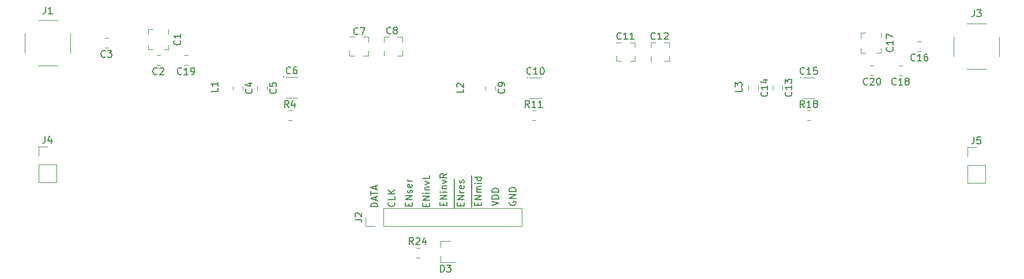
<source format=gbr>
G04 #@! TF.GenerationSoftware,KiCad,Pcbnew,5.0.2-bee76a0~70~ubuntu18.04.1*
G04 #@! TF.CreationDate,2019-04-19T15:30:24+03:00*
G04 #@! TF.ProjectId,bandpass_filter_design,62616e64-7061-4737-935f-66696c746572,rev?*
G04 #@! TF.SameCoordinates,Original*
G04 #@! TF.FileFunction,Legend,Top*
G04 #@! TF.FilePolarity,Positive*
%FSLAX46Y46*%
G04 Gerber Fmt 4.6, Leading zero omitted, Abs format (unit mm)*
G04 Created by KiCad (PCBNEW 5.0.2-bee76a0~70~ubuntu18.04.1) date Fri 19 Apr 2019 03:30:24 PM EEST*
%MOMM*%
%LPD*%
G01*
G04 APERTURE LIST*
%ADD10C,0.200000*%
%ADD11C,0.120000*%
%ADD12C,0.060000*%
%ADD13C,0.150000*%
G04 APERTURE END LIST*
D10*
X139962000Y-104647904D02*
X139914380Y-104743142D01*
X139914380Y-104886000D01*
X139962000Y-105028857D01*
X140057238Y-105124095D01*
X140152476Y-105171714D01*
X140342952Y-105219333D01*
X140485809Y-105219333D01*
X140676285Y-105171714D01*
X140771523Y-105124095D01*
X140866761Y-105028857D01*
X140914380Y-104886000D01*
X140914380Y-104790761D01*
X140866761Y-104647904D01*
X140819142Y-104600285D01*
X140485809Y-104600285D01*
X140485809Y-104790761D01*
X140914380Y-104171714D02*
X139914380Y-104171714D01*
X140914380Y-103600285D01*
X139914380Y-103600285D01*
X140914380Y-103124095D02*
X139914380Y-103124095D01*
X139914380Y-102886000D01*
X139962000Y-102743142D01*
X140057238Y-102647904D01*
X140152476Y-102600285D01*
X140342952Y-102552666D01*
X140485809Y-102552666D01*
X140676285Y-102600285D01*
X140771523Y-102647904D01*
X140866761Y-102743142D01*
X140914380Y-102886000D01*
X140914380Y-103124095D01*
X137374380Y-105219333D02*
X138374380Y-104886000D01*
X137374380Y-104552666D01*
X138374380Y-104219333D02*
X137374380Y-104219333D01*
X137374380Y-103981238D01*
X137422000Y-103838380D01*
X137517238Y-103743142D01*
X137612476Y-103695523D01*
X137802952Y-103647904D01*
X137945809Y-103647904D01*
X138136285Y-103695523D01*
X138231523Y-103743142D01*
X138326761Y-103838380D01*
X138374380Y-103981238D01*
X138374380Y-104219333D01*
X138374380Y-103219333D02*
X137374380Y-103219333D01*
X137374380Y-102981238D01*
X137422000Y-102838380D01*
X137517238Y-102743142D01*
X137612476Y-102695523D01*
X137802952Y-102647904D01*
X137945809Y-102647904D01*
X138136285Y-102695523D01*
X138231523Y-102743142D01*
X138326761Y-102838380D01*
X138374380Y-102981238D01*
X138374380Y-103219333D01*
X134402000Y-105457333D02*
X134402000Y-104552571D01*
X135310571Y-105219238D02*
X135310571Y-104885904D01*
X135834380Y-104743047D02*
X135834380Y-105219238D01*
X134834380Y-105219238D01*
X134834380Y-104743047D01*
X134402000Y-104552571D02*
X134402000Y-103504952D01*
X135834380Y-104314476D02*
X134834380Y-104314476D01*
X135834380Y-103743047D01*
X134834380Y-103743047D01*
X134402000Y-103504952D02*
X134402000Y-102171619D01*
X135834380Y-103266857D02*
X135167714Y-103266857D01*
X135262952Y-103266857D02*
X135215333Y-103219238D01*
X135167714Y-103124000D01*
X135167714Y-102981142D01*
X135215333Y-102885904D01*
X135310571Y-102838285D01*
X135834380Y-102838285D01*
X135310571Y-102838285D02*
X135215333Y-102790666D01*
X135167714Y-102695428D01*
X135167714Y-102552571D01*
X135215333Y-102457333D01*
X135310571Y-102409714D01*
X135834380Y-102409714D01*
X134402000Y-102171619D02*
X134402000Y-101695428D01*
X135834380Y-101933523D02*
X135167714Y-101933523D01*
X134834380Y-101933523D02*
X134882000Y-101981142D01*
X134929619Y-101933523D01*
X134882000Y-101885904D01*
X134834380Y-101933523D01*
X134929619Y-101933523D01*
X134402000Y-101695428D02*
X134402000Y-100790666D01*
X135834380Y-101028761D02*
X134834380Y-101028761D01*
X135786761Y-101028761D02*
X135834380Y-101124000D01*
X135834380Y-101314476D01*
X135786761Y-101409714D01*
X135739142Y-101457333D01*
X135643904Y-101504952D01*
X135358190Y-101504952D01*
X135262952Y-101457333D01*
X135215333Y-101409714D01*
X135167714Y-101314476D01*
X135167714Y-101124000D01*
X135215333Y-101028761D01*
X131862000Y-105497047D02*
X131862000Y-104592285D01*
X132770571Y-105258952D02*
X132770571Y-104925619D01*
X133294380Y-104782761D02*
X133294380Y-105258952D01*
X132294380Y-105258952D01*
X132294380Y-104782761D01*
X131862000Y-104592285D02*
X131862000Y-103544666D01*
X133294380Y-104354190D02*
X132294380Y-104354190D01*
X133294380Y-103782761D01*
X132294380Y-103782761D01*
X131862000Y-103544666D02*
X131862000Y-102925619D01*
X133294380Y-103306571D02*
X132627714Y-103306571D01*
X132818190Y-103306571D02*
X132722952Y-103258952D01*
X132675333Y-103211333D01*
X132627714Y-103116095D01*
X132627714Y-103020857D01*
X131862000Y-102925619D02*
X131862000Y-102068476D01*
X133246761Y-102306571D02*
X133294380Y-102401809D01*
X133294380Y-102592285D01*
X133246761Y-102687523D01*
X133151523Y-102735142D01*
X132770571Y-102735142D01*
X132675333Y-102687523D01*
X132627714Y-102592285D01*
X132627714Y-102401809D01*
X132675333Y-102306571D01*
X132770571Y-102258952D01*
X132865809Y-102258952D01*
X132961047Y-102735142D01*
X131862000Y-102068476D02*
X131862000Y-101258952D01*
X133246761Y-101878000D02*
X133294380Y-101782761D01*
X133294380Y-101592285D01*
X133246761Y-101497047D01*
X133151523Y-101449428D01*
X133103904Y-101449428D01*
X133008666Y-101497047D01*
X132961047Y-101592285D01*
X132961047Y-101735142D01*
X132913428Y-101830380D01*
X132818190Y-101878000D01*
X132770571Y-101878000D01*
X132675333Y-101830380D01*
X132627714Y-101735142D01*
X132627714Y-101592285D01*
X132675333Y-101497047D01*
X130230571Y-105179523D02*
X130230571Y-104846190D01*
X130754380Y-104703333D02*
X130754380Y-105179523D01*
X129754380Y-105179523D01*
X129754380Y-104703333D01*
X130754380Y-104274761D02*
X129754380Y-104274761D01*
X130754380Y-103703333D01*
X129754380Y-103703333D01*
X130754380Y-103227142D02*
X130087714Y-103227142D01*
X129754380Y-103227142D02*
X129802000Y-103274761D01*
X129849619Y-103227142D01*
X129802000Y-103179523D01*
X129754380Y-103227142D01*
X129849619Y-103227142D01*
X130087714Y-102750952D02*
X130754380Y-102750952D01*
X130182952Y-102750952D02*
X130135333Y-102703333D01*
X130087714Y-102608095D01*
X130087714Y-102465238D01*
X130135333Y-102370000D01*
X130230571Y-102322380D01*
X130754380Y-102322380D01*
X130087714Y-101941428D02*
X130754380Y-101703333D01*
X130087714Y-101465238D01*
X130754380Y-100512857D02*
X130278190Y-100846190D01*
X130754380Y-101084285D02*
X129754380Y-101084285D01*
X129754380Y-100703333D01*
X129802000Y-100608095D01*
X129849619Y-100560476D01*
X129944857Y-100512857D01*
X130087714Y-100512857D01*
X130182952Y-100560476D01*
X130230571Y-100608095D01*
X130278190Y-100703333D01*
X130278190Y-101084285D01*
X127690571Y-105338285D02*
X127690571Y-105004952D01*
X128214380Y-104862095D02*
X128214380Y-105338285D01*
X127214380Y-105338285D01*
X127214380Y-104862095D01*
X128214380Y-104433523D02*
X127214380Y-104433523D01*
X128214380Y-103862095D01*
X127214380Y-103862095D01*
X128214380Y-103385904D02*
X127547714Y-103385904D01*
X127214380Y-103385904D02*
X127262000Y-103433523D01*
X127309619Y-103385904D01*
X127262000Y-103338285D01*
X127214380Y-103385904D01*
X127309619Y-103385904D01*
X127547714Y-102909714D02*
X128214380Y-102909714D01*
X127642952Y-102909714D02*
X127595333Y-102862095D01*
X127547714Y-102766857D01*
X127547714Y-102624000D01*
X127595333Y-102528761D01*
X127690571Y-102481142D01*
X128214380Y-102481142D01*
X127547714Y-102100190D02*
X128214380Y-101862095D01*
X127547714Y-101624000D01*
X128214380Y-100766857D02*
X128214380Y-101243047D01*
X127214380Y-101243047D01*
X125150571Y-105258952D02*
X125150571Y-104925619D01*
X125674380Y-104782761D02*
X125674380Y-105258952D01*
X124674380Y-105258952D01*
X124674380Y-104782761D01*
X125674380Y-104354190D02*
X124674380Y-104354190D01*
X125674380Y-103782761D01*
X124674380Y-103782761D01*
X125626761Y-103354190D02*
X125674380Y-103258952D01*
X125674380Y-103068476D01*
X125626761Y-102973238D01*
X125531523Y-102925619D01*
X125483904Y-102925619D01*
X125388666Y-102973238D01*
X125341047Y-103068476D01*
X125341047Y-103211333D01*
X125293428Y-103306571D01*
X125198190Y-103354190D01*
X125150571Y-103354190D01*
X125055333Y-103306571D01*
X125007714Y-103211333D01*
X125007714Y-103068476D01*
X125055333Y-102973238D01*
X125626761Y-102116095D02*
X125674380Y-102211333D01*
X125674380Y-102401809D01*
X125626761Y-102497047D01*
X125531523Y-102544666D01*
X125150571Y-102544666D01*
X125055333Y-102497047D01*
X125007714Y-102401809D01*
X125007714Y-102211333D01*
X125055333Y-102116095D01*
X125150571Y-102068476D01*
X125245809Y-102068476D01*
X125341047Y-102544666D01*
X125674380Y-101639904D02*
X125007714Y-101639904D01*
X125198190Y-101639904D02*
X125102952Y-101592285D01*
X125055333Y-101544666D01*
X125007714Y-101449428D01*
X125007714Y-101354190D01*
X123039142Y-104735238D02*
X123086761Y-104782857D01*
X123134380Y-104925714D01*
X123134380Y-105020952D01*
X123086761Y-105163809D01*
X122991523Y-105259047D01*
X122896285Y-105306666D01*
X122705809Y-105354285D01*
X122562952Y-105354285D01*
X122372476Y-105306666D01*
X122277238Y-105259047D01*
X122182000Y-105163809D01*
X122134380Y-105020952D01*
X122134380Y-104925714D01*
X122182000Y-104782857D01*
X122229619Y-104735238D01*
X123134380Y-103830476D02*
X123134380Y-104306666D01*
X122134380Y-104306666D01*
X123134380Y-103497142D02*
X122134380Y-103497142D01*
X123134380Y-102925714D02*
X122562952Y-103354285D01*
X122134380Y-102925714D02*
X122705809Y-103497142D01*
X120594380Y-105386000D02*
X119594380Y-105386000D01*
X119594380Y-105147904D01*
X119642000Y-105005047D01*
X119737238Y-104909809D01*
X119832476Y-104862190D01*
X120022952Y-104814571D01*
X120165809Y-104814571D01*
X120356285Y-104862190D01*
X120451523Y-104909809D01*
X120546761Y-105005047D01*
X120594380Y-105147904D01*
X120594380Y-105386000D01*
X120308666Y-104433619D02*
X120308666Y-103957428D01*
X120594380Y-104528857D02*
X119594380Y-104195523D01*
X120594380Y-103862190D01*
X119594380Y-103671714D02*
X119594380Y-103100285D01*
X120594380Y-103386000D02*
X119594380Y-103386000D01*
X120308666Y-102814571D02*
X120308666Y-102338380D01*
X120594380Y-102909809D02*
X119594380Y-102576476D01*
X120594380Y-102243142D01*
D11*
G04 #@! TO.C,C12*
X160703735Y-83994384D02*
X160703735Y-83269384D01*
X163421535Y-81200384D02*
X163421535Y-81925384D01*
X162696535Y-81200384D02*
X163421535Y-81200384D01*
X160703735Y-81200384D02*
X160703735Y-81925384D01*
X161428735Y-81200384D02*
X160703735Y-81200384D01*
X163421535Y-83956284D02*
X163421535Y-83231284D01*
X162696535Y-83956284D02*
X163421535Y-83956284D01*
G04 #@! TO.C,C11*
X155619716Y-83191335D02*
X155619716Y-83916335D01*
X155619716Y-83916335D02*
X156344716Y-83916335D01*
X158375616Y-81923535D02*
X158375616Y-81198535D01*
X158375616Y-81198535D02*
X157650616Y-81198535D01*
X158375616Y-83191335D02*
X158375616Y-83916335D01*
X158375616Y-83916335D02*
X157650616Y-83916335D01*
X155581616Y-81198535D02*
X156306616Y-81198535D01*
G04 #@! TO.C,C7*
X116437016Y-80411135D02*
X117162016Y-80411135D01*
X119231016Y-83128935D02*
X118506016Y-83128935D01*
X119231016Y-82403935D02*
X119231016Y-83128935D01*
X119231016Y-80411135D02*
X118506016Y-80411135D01*
X119231016Y-81136135D02*
X119231016Y-80411135D01*
X116475116Y-83128935D02*
X117200116Y-83128935D01*
X116475116Y-82403935D02*
X116475116Y-83128935D01*
G04 #@! TO.C,C8*
X121498335Y-83206984D02*
X121498335Y-82481984D01*
X124216135Y-80412984D02*
X124216135Y-81137984D01*
X123491135Y-80412984D02*
X124216135Y-80412984D01*
X121498335Y-80412984D02*
X121498335Y-81137984D01*
X122223335Y-80412984D02*
X121498335Y-80412984D01*
X124216135Y-83168884D02*
X124216135Y-82443884D01*
X123491135Y-83168884D02*
X124216135Y-83168884D01*
D12*
G04 #@! TO.C,C15*
X182794900Y-86372700D02*
G75*
G03X182794900Y-86372700I-80000J0D01*
G01*
D11*
X183016000Y-89444000D02*
X184776000Y-89444000D01*
X184776000Y-86374000D02*
X183016000Y-86374000D01*
D12*
G04 #@! TO.C,C10*
X142662900Y-86372700D02*
G75*
G03X142662900Y-86372700I-80000J0D01*
G01*
D11*
X142884000Y-89444000D02*
X144644000Y-89444000D01*
X144644000Y-86374000D02*
X142884000Y-86374000D01*
D12*
G04 #@! TO.C,C6*
X106878900Y-86306700D02*
G75*
G03X106878900Y-86306700I-80000J0D01*
G01*
D11*
X107100000Y-89378000D02*
X108860000Y-89378000D01*
X108860000Y-86308000D02*
X107100000Y-86308000D01*
G04 #@! TO.C,C1*
X89890600Y-79973000D02*
X89890600Y-79248000D01*
X86893400Y-82245200D02*
X87618400Y-82245200D01*
X86893400Y-81520200D02*
X86893400Y-82245200D01*
X86893400Y-79273400D02*
X87618400Y-79273400D01*
X86893400Y-79998400D02*
X86893400Y-79273400D01*
X89879000Y-82245200D02*
X89154000Y-82245200D01*
X89879000Y-81520200D02*
X89879000Y-82245200D01*
G04 #@! TO.C,C2*
X88653252Y-84530000D02*
X88130748Y-84530000D01*
X88653252Y-83110000D02*
X88130748Y-83110000D01*
G04 #@! TO.C,C3*
X81042252Y-80570000D02*
X80519748Y-80570000D01*
X81042252Y-81990000D02*
X80519748Y-81990000D01*
G04 #@! TO.C,C4*
X100786000Y-87631748D02*
X100786000Y-88154252D01*
X99366000Y-87631748D02*
X99366000Y-88154252D01*
G04 #@! TO.C,C5*
X102922000Y-87631748D02*
X102922000Y-88154252D01*
X104342000Y-87631748D02*
X104342000Y-88154252D01*
G04 #@! TO.C,C9*
X136450000Y-87622748D02*
X136450000Y-88145252D01*
X137870000Y-87622748D02*
X137870000Y-88145252D01*
G04 #@! TO.C,C13*
X178614000Y-87613748D02*
X178614000Y-88136252D01*
X180034000Y-87613748D02*
X180034000Y-88136252D01*
G04 #@! TO.C,C14*
X176478000Y-87613748D02*
X176478000Y-88136252D01*
X175058000Y-87613748D02*
X175058000Y-88136252D01*
G04 #@! TO.C,C16*
X200404252Y-81078000D02*
X199881748Y-81078000D01*
X200404252Y-82498000D02*
X199881748Y-82498000D01*
G04 #@! TO.C,C17*
X194527000Y-82028200D02*
X194527000Y-82753200D01*
X194527000Y-82753200D02*
X193802000Y-82753200D01*
X191541400Y-80506400D02*
X191541400Y-79781400D01*
X191541400Y-79781400D02*
X192266400Y-79781400D01*
X191541400Y-82028200D02*
X191541400Y-82753200D01*
X191541400Y-82753200D02*
X192266400Y-82753200D01*
X194538600Y-80481000D02*
X194538600Y-79756000D01*
G04 #@! TO.C,C18*
X197628252Y-84634000D02*
X197105748Y-84634000D01*
X197628252Y-86054000D02*
X197105748Y-86054000D01*
G04 #@! TO.C,J2*
X141792000Y-108264000D02*
X141792000Y-105604000D01*
X121412000Y-108264000D02*
X141792000Y-108264000D01*
X121412000Y-105604000D02*
X141792000Y-105604000D01*
X121412000Y-108264000D02*
X121412000Y-105604000D01*
X120142000Y-108264000D02*
X118812000Y-108264000D01*
X118812000Y-108264000D02*
X118812000Y-106934000D01*
G04 #@! TO.C,R4*
X107443748Y-91238000D02*
X107966252Y-91238000D01*
X107443748Y-92658000D02*
X107966252Y-92658000D01*
G04 #@! TO.C,R11*
X143257748Y-92658000D02*
X143780252Y-92658000D01*
X143257748Y-91238000D02*
X143780252Y-91238000D01*
G04 #@! TO.C,R18*
X183643748Y-91238000D02*
X184166252Y-91238000D01*
X183643748Y-92658000D02*
X184166252Y-92658000D01*
G04 #@! TO.C,C19*
X92708252Y-84530000D02*
X92185748Y-84530000D01*
X92708252Y-83110000D02*
X92185748Y-83110000D01*
G04 #@! TO.C,C20*
X193444652Y-84634000D02*
X192922148Y-84634000D01*
X193444652Y-86054000D02*
X192922148Y-86054000D01*
G04 #@! TO.C,D3*
X129796000Y-110434000D02*
X131256000Y-110434000D01*
X129796000Y-113594000D02*
X131956000Y-113594000D01*
X129796000Y-113594000D02*
X129796000Y-112664000D01*
X129796000Y-110434000D02*
X129796000Y-111364000D01*
G04 #@! TO.C,R24*
X126230748Y-112851000D02*
X126753252Y-112851000D01*
X126230748Y-111431000D02*
X126753252Y-111431000D01*
G04 #@! TO.C,J1*
X70686000Y-77925000D02*
X73586000Y-77925000D01*
X70686000Y-84635000D02*
X73586000Y-84635000D01*
X75491000Y-79830000D02*
X75491000Y-82730000D01*
X68781000Y-79830000D02*
X68781000Y-82730000D01*
G04 #@! TO.C,J3*
X211889000Y-83238000D02*
X211889000Y-80338000D01*
X205179000Y-83238000D02*
X205179000Y-80338000D01*
X209984000Y-78433000D02*
X207084000Y-78433000D01*
X209984000Y-85143000D02*
X207084000Y-85143000D01*
G04 #@! TO.C,J4*
X70770000Y-101770000D02*
X73430000Y-101770000D01*
X70770000Y-99170000D02*
X70770000Y-101770000D01*
X73430000Y-99170000D02*
X73430000Y-101770000D01*
X70770000Y-99170000D02*
X73430000Y-99170000D01*
X70770000Y-97900000D02*
X70770000Y-96570000D01*
X70770000Y-96570000D02*
X72100000Y-96570000D01*
G04 #@! TO.C,J5*
X207170000Y-96670000D02*
X208500000Y-96670000D01*
X207170000Y-98000000D02*
X207170000Y-96670000D01*
X207170000Y-99270000D02*
X209830000Y-99270000D01*
X209830000Y-99270000D02*
X209830000Y-101870000D01*
X207170000Y-99270000D02*
X207170000Y-101870000D01*
X207170000Y-101870000D02*
X209830000Y-101870000D01*
G04 #@! TO.C,C12*
D13*
X161357142Y-80657142D02*
X161309523Y-80704761D01*
X161166666Y-80752380D01*
X161071428Y-80752380D01*
X160928571Y-80704761D01*
X160833333Y-80609523D01*
X160785714Y-80514285D01*
X160738095Y-80323809D01*
X160738095Y-80180952D01*
X160785714Y-79990476D01*
X160833333Y-79895238D01*
X160928571Y-79800000D01*
X161071428Y-79752380D01*
X161166666Y-79752380D01*
X161309523Y-79800000D01*
X161357142Y-79847619D01*
X162309523Y-80752380D02*
X161738095Y-80752380D01*
X162023809Y-80752380D02*
X162023809Y-79752380D01*
X161928571Y-79895238D01*
X161833333Y-79990476D01*
X161738095Y-80038095D01*
X162690476Y-79847619D02*
X162738095Y-79800000D01*
X162833333Y-79752380D01*
X163071428Y-79752380D01*
X163166666Y-79800000D01*
X163214285Y-79847619D01*
X163261904Y-79942857D01*
X163261904Y-80038095D01*
X163214285Y-80180952D01*
X162642857Y-80752380D01*
X163261904Y-80752380D01*
G04 #@! TO.C,C11*
X156357142Y-80657142D02*
X156309523Y-80704761D01*
X156166666Y-80752380D01*
X156071428Y-80752380D01*
X155928571Y-80704761D01*
X155833333Y-80609523D01*
X155785714Y-80514285D01*
X155738095Y-80323809D01*
X155738095Y-80180952D01*
X155785714Y-79990476D01*
X155833333Y-79895238D01*
X155928571Y-79800000D01*
X156071428Y-79752380D01*
X156166666Y-79752380D01*
X156309523Y-79800000D01*
X156357142Y-79847619D01*
X157309523Y-80752380D02*
X156738095Y-80752380D01*
X157023809Y-80752380D02*
X157023809Y-79752380D01*
X156928571Y-79895238D01*
X156833333Y-79990476D01*
X156738095Y-80038095D01*
X158261904Y-80752380D02*
X157690476Y-80752380D01*
X157976190Y-80752380D02*
X157976190Y-79752380D01*
X157880952Y-79895238D01*
X157785714Y-79990476D01*
X157690476Y-80038095D01*
G04 #@! TO.C,C7*
X117733333Y-79957142D02*
X117685714Y-80004761D01*
X117542857Y-80052380D01*
X117447619Y-80052380D01*
X117304761Y-80004761D01*
X117209523Y-79909523D01*
X117161904Y-79814285D01*
X117114285Y-79623809D01*
X117114285Y-79480952D01*
X117161904Y-79290476D01*
X117209523Y-79195238D01*
X117304761Y-79100000D01*
X117447619Y-79052380D01*
X117542857Y-79052380D01*
X117685714Y-79100000D01*
X117733333Y-79147619D01*
X118066666Y-79052380D02*
X118733333Y-79052380D01*
X118304761Y-80052380D01*
G04 #@! TO.C,C8*
X122533333Y-79857142D02*
X122485714Y-79904761D01*
X122342857Y-79952380D01*
X122247619Y-79952380D01*
X122104761Y-79904761D01*
X122009523Y-79809523D01*
X121961904Y-79714285D01*
X121914285Y-79523809D01*
X121914285Y-79380952D01*
X121961904Y-79190476D01*
X122009523Y-79095238D01*
X122104761Y-79000000D01*
X122247619Y-78952380D01*
X122342857Y-78952380D01*
X122485714Y-79000000D01*
X122533333Y-79047619D01*
X123104761Y-79380952D02*
X123009523Y-79333333D01*
X122961904Y-79285714D01*
X122914285Y-79190476D01*
X122914285Y-79142857D01*
X122961904Y-79047619D01*
X123009523Y-79000000D01*
X123104761Y-78952380D01*
X123295238Y-78952380D01*
X123390476Y-79000000D01*
X123438095Y-79047619D01*
X123485714Y-79142857D01*
X123485714Y-79190476D01*
X123438095Y-79285714D01*
X123390476Y-79333333D01*
X123295238Y-79380952D01*
X123104761Y-79380952D01*
X123009523Y-79428571D01*
X122961904Y-79476190D01*
X122914285Y-79571428D01*
X122914285Y-79761904D01*
X122961904Y-79857142D01*
X123009523Y-79904761D01*
X123104761Y-79952380D01*
X123295238Y-79952380D01*
X123390476Y-79904761D01*
X123438095Y-79857142D01*
X123485714Y-79761904D01*
X123485714Y-79571428D01*
X123438095Y-79476190D01*
X123390476Y-79428571D01*
X123295238Y-79380952D01*
G04 #@! TO.C,C15*
X183253142Y-85791142D02*
X183205523Y-85838761D01*
X183062666Y-85886380D01*
X182967428Y-85886380D01*
X182824571Y-85838761D01*
X182729333Y-85743523D01*
X182681714Y-85648285D01*
X182634095Y-85457809D01*
X182634095Y-85314952D01*
X182681714Y-85124476D01*
X182729333Y-85029238D01*
X182824571Y-84934000D01*
X182967428Y-84886380D01*
X183062666Y-84886380D01*
X183205523Y-84934000D01*
X183253142Y-84981619D01*
X184205523Y-85886380D02*
X183634095Y-85886380D01*
X183919809Y-85886380D02*
X183919809Y-84886380D01*
X183824571Y-85029238D01*
X183729333Y-85124476D01*
X183634095Y-85172095D01*
X185110285Y-84886380D02*
X184634095Y-84886380D01*
X184586476Y-85362571D01*
X184634095Y-85314952D01*
X184729333Y-85267333D01*
X184967428Y-85267333D01*
X185062666Y-85314952D01*
X185110285Y-85362571D01*
X185157904Y-85457809D01*
X185157904Y-85695904D01*
X185110285Y-85791142D01*
X185062666Y-85838761D01*
X184967428Y-85886380D01*
X184729333Y-85886380D01*
X184634095Y-85838761D01*
X184586476Y-85791142D01*
G04 #@! TO.C,C10*
X143121142Y-85791142D02*
X143073523Y-85838761D01*
X142930666Y-85886380D01*
X142835428Y-85886380D01*
X142692571Y-85838761D01*
X142597333Y-85743523D01*
X142549714Y-85648285D01*
X142502095Y-85457809D01*
X142502095Y-85314952D01*
X142549714Y-85124476D01*
X142597333Y-85029238D01*
X142692571Y-84934000D01*
X142835428Y-84886380D01*
X142930666Y-84886380D01*
X143073523Y-84934000D01*
X143121142Y-84981619D01*
X144073523Y-85886380D02*
X143502095Y-85886380D01*
X143787809Y-85886380D02*
X143787809Y-84886380D01*
X143692571Y-85029238D01*
X143597333Y-85124476D01*
X143502095Y-85172095D01*
X144692571Y-84886380D02*
X144787809Y-84886380D01*
X144883047Y-84934000D01*
X144930666Y-84981619D01*
X144978285Y-85076857D01*
X145025904Y-85267333D01*
X145025904Y-85505428D01*
X144978285Y-85695904D01*
X144930666Y-85791142D01*
X144883047Y-85838761D01*
X144787809Y-85886380D01*
X144692571Y-85886380D01*
X144597333Y-85838761D01*
X144549714Y-85791142D01*
X144502095Y-85695904D01*
X144454476Y-85505428D01*
X144454476Y-85267333D01*
X144502095Y-85076857D01*
X144549714Y-84981619D01*
X144597333Y-84934000D01*
X144692571Y-84886380D01*
G04 #@! TO.C,C6*
X107813333Y-85725142D02*
X107765714Y-85772761D01*
X107622857Y-85820380D01*
X107527619Y-85820380D01*
X107384761Y-85772761D01*
X107289523Y-85677523D01*
X107241904Y-85582285D01*
X107194285Y-85391809D01*
X107194285Y-85248952D01*
X107241904Y-85058476D01*
X107289523Y-84963238D01*
X107384761Y-84868000D01*
X107527619Y-84820380D01*
X107622857Y-84820380D01*
X107765714Y-84868000D01*
X107813333Y-84915619D01*
X108670476Y-84820380D02*
X108480000Y-84820380D01*
X108384761Y-84868000D01*
X108337142Y-84915619D01*
X108241904Y-85058476D01*
X108194285Y-85248952D01*
X108194285Y-85629904D01*
X108241904Y-85725142D01*
X108289523Y-85772761D01*
X108384761Y-85820380D01*
X108575238Y-85820380D01*
X108670476Y-85772761D01*
X108718095Y-85725142D01*
X108765714Y-85629904D01*
X108765714Y-85391809D01*
X108718095Y-85296571D01*
X108670476Y-85248952D01*
X108575238Y-85201333D01*
X108384761Y-85201333D01*
X108289523Y-85248952D01*
X108241904Y-85296571D01*
X108194285Y-85391809D01*
G04 #@! TO.C,C1*
X91569142Y-80938666D02*
X91616761Y-80986285D01*
X91664380Y-81129142D01*
X91664380Y-81224380D01*
X91616761Y-81367238D01*
X91521523Y-81462476D01*
X91426285Y-81510095D01*
X91235809Y-81557714D01*
X91092952Y-81557714D01*
X90902476Y-81510095D01*
X90807238Y-81462476D01*
X90712000Y-81367238D01*
X90664380Y-81224380D01*
X90664380Y-81129142D01*
X90712000Y-80986285D01*
X90759619Y-80938666D01*
X91664380Y-79986285D02*
X91664380Y-80557714D01*
X91664380Y-80272000D02*
X90664380Y-80272000D01*
X90807238Y-80367238D01*
X90902476Y-80462476D01*
X90950095Y-80557714D01*
G04 #@! TO.C,C2*
X88225333Y-85827142D02*
X88177714Y-85874761D01*
X88034857Y-85922380D01*
X87939619Y-85922380D01*
X87796761Y-85874761D01*
X87701523Y-85779523D01*
X87653904Y-85684285D01*
X87606285Y-85493809D01*
X87606285Y-85350952D01*
X87653904Y-85160476D01*
X87701523Y-85065238D01*
X87796761Y-84970000D01*
X87939619Y-84922380D01*
X88034857Y-84922380D01*
X88177714Y-84970000D01*
X88225333Y-85017619D01*
X88606285Y-85017619D02*
X88653904Y-84970000D01*
X88749142Y-84922380D01*
X88987238Y-84922380D01*
X89082476Y-84970000D01*
X89130095Y-85017619D01*
X89177714Y-85112857D01*
X89177714Y-85208095D01*
X89130095Y-85350952D01*
X88558666Y-85922380D01*
X89177714Y-85922380D01*
G04 #@! TO.C,C3*
X80614333Y-83287142D02*
X80566714Y-83334761D01*
X80423857Y-83382380D01*
X80328619Y-83382380D01*
X80185761Y-83334761D01*
X80090523Y-83239523D01*
X80042904Y-83144285D01*
X79995285Y-82953809D01*
X79995285Y-82810952D01*
X80042904Y-82620476D01*
X80090523Y-82525238D01*
X80185761Y-82430000D01*
X80328619Y-82382380D01*
X80423857Y-82382380D01*
X80566714Y-82430000D01*
X80614333Y-82477619D01*
X80947666Y-82382380D02*
X81566714Y-82382380D01*
X81233380Y-82763333D01*
X81376238Y-82763333D01*
X81471476Y-82810952D01*
X81519095Y-82858571D01*
X81566714Y-82953809D01*
X81566714Y-83191904D01*
X81519095Y-83287142D01*
X81471476Y-83334761D01*
X81376238Y-83382380D01*
X81090523Y-83382380D01*
X80995285Y-83334761D01*
X80947666Y-83287142D01*
G04 #@! TO.C,C4*
X102083142Y-88059666D02*
X102130761Y-88107285D01*
X102178380Y-88250142D01*
X102178380Y-88345380D01*
X102130761Y-88488238D01*
X102035523Y-88583476D01*
X101940285Y-88631095D01*
X101749809Y-88678714D01*
X101606952Y-88678714D01*
X101416476Y-88631095D01*
X101321238Y-88583476D01*
X101226000Y-88488238D01*
X101178380Y-88345380D01*
X101178380Y-88250142D01*
X101226000Y-88107285D01*
X101273619Y-88059666D01*
X101511714Y-87202523D02*
X102178380Y-87202523D01*
X101130761Y-87440619D02*
X101845047Y-87678714D01*
X101845047Y-87059666D01*
G04 #@! TO.C,C5*
X105639142Y-88059666D02*
X105686761Y-88107285D01*
X105734380Y-88250142D01*
X105734380Y-88345380D01*
X105686761Y-88488238D01*
X105591523Y-88583476D01*
X105496285Y-88631095D01*
X105305809Y-88678714D01*
X105162952Y-88678714D01*
X104972476Y-88631095D01*
X104877238Y-88583476D01*
X104782000Y-88488238D01*
X104734380Y-88345380D01*
X104734380Y-88250142D01*
X104782000Y-88107285D01*
X104829619Y-88059666D01*
X104734380Y-87154904D02*
X104734380Y-87631095D01*
X105210571Y-87678714D01*
X105162952Y-87631095D01*
X105115333Y-87535857D01*
X105115333Y-87297761D01*
X105162952Y-87202523D01*
X105210571Y-87154904D01*
X105305809Y-87107285D01*
X105543904Y-87107285D01*
X105639142Y-87154904D01*
X105686761Y-87202523D01*
X105734380Y-87297761D01*
X105734380Y-87535857D01*
X105686761Y-87631095D01*
X105639142Y-87678714D01*
G04 #@! TO.C,C9*
X139167142Y-88050666D02*
X139214761Y-88098285D01*
X139262380Y-88241142D01*
X139262380Y-88336380D01*
X139214761Y-88479238D01*
X139119523Y-88574476D01*
X139024285Y-88622095D01*
X138833809Y-88669714D01*
X138690952Y-88669714D01*
X138500476Y-88622095D01*
X138405238Y-88574476D01*
X138310000Y-88479238D01*
X138262380Y-88336380D01*
X138262380Y-88241142D01*
X138310000Y-88098285D01*
X138357619Y-88050666D01*
X139262380Y-87574476D02*
X139262380Y-87384000D01*
X139214761Y-87288761D01*
X139167142Y-87241142D01*
X139024285Y-87145904D01*
X138833809Y-87098285D01*
X138452857Y-87098285D01*
X138357619Y-87145904D01*
X138310000Y-87193523D01*
X138262380Y-87288761D01*
X138262380Y-87479238D01*
X138310000Y-87574476D01*
X138357619Y-87622095D01*
X138452857Y-87669714D01*
X138690952Y-87669714D01*
X138786190Y-87622095D01*
X138833809Y-87574476D01*
X138881428Y-87479238D01*
X138881428Y-87288761D01*
X138833809Y-87193523D01*
X138786190Y-87145904D01*
X138690952Y-87098285D01*
G04 #@! TO.C,C13*
X181331142Y-88517857D02*
X181378761Y-88565476D01*
X181426380Y-88708333D01*
X181426380Y-88803571D01*
X181378761Y-88946428D01*
X181283523Y-89041666D01*
X181188285Y-89089285D01*
X180997809Y-89136904D01*
X180854952Y-89136904D01*
X180664476Y-89089285D01*
X180569238Y-89041666D01*
X180474000Y-88946428D01*
X180426380Y-88803571D01*
X180426380Y-88708333D01*
X180474000Y-88565476D01*
X180521619Y-88517857D01*
X181426380Y-87565476D02*
X181426380Y-88136904D01*
X181426380Y-87851190D02*
X180426380Y-87851190D01*
X180569238Y-87946428D01*
X180664476Y-88041666D01*
X180712095Y-88136904D01*
X180426380Y-87232142D02*
X180426380Y-86613095D01*
X180807333Y-86946428D01*
X180807333Y-86803571D01*
X180854952Y-86708333D01*
X180902571Y-86660714D01*
X180997809Y-86613095D01*
X181235904Y-86613095D01*
X181331142Y-86660714D01*
X181378761Y-86708333D01*
X181426380Y-86803571D01*
X181426380Y-87089285D01*
X181378761Y-87184523D01*
X181331142Y-87232142D01*
G04 #@! TO.C,C14*
X177775142Y-88517857D02*
X177822761Y-88565476D01*
X177870380Y-88708333D01*
X177870380Y-88803571D01*
X177822761Y-88946428D01*
X177727523Y-89041666D01*
X177632285Y-89089285D01*
X177441809Y-89136904D01*
X177298952Y-89136904D01*
X177108476Y-89089285D01*
X177013238Y-89041666D01*
X176918000Y-88946428D01*
X176870380Y-88803571D01*
X176870380Y-88708333D01*
X176918000Y-88565476D01*
X176965619Y-88517857D01*
X177870380Y-87565476D02*
X177870380Y-88136904D01*
X177870380Y-87851190D02*
X176870380Y-87851190D01*
X177013238Y-87946428D01*
X177108476Y-88041666D01*
X177156095Y-88136904D01*
X177203714Y-86708333D02*
X177870380Y-86708333D01*
X176822761Y-86946428D02*
X177537047Y-87184523D01*
X177537047Y-86565476D01*
G04 #@! TO.C,C16*
X199500142Y-83795142D02*
X199452523Y-83842761D01*
X199309666Y-83890380D01*
X199214428Y-83890380D01*
X199071571Y-83842761D01*
X198976333Y-83747523D01*
X198928714Y-83652285D01*
X198881095Y-83461809D01*
X198881095Y-83318952D01*
X198928714Y-83128476D01*
X198976333Y-83033238D01*
X199071571Y-82938000D01*
X199214428Y-82890380D01*
X199309666Y-82890380D01*
X199452523Y-82938000D01*
X199500142Y-82985619D01*
X200452523Y-83890380D02*
X199881095Y-83890380D01*
X200166809Y-83890380D02*
X200166809Y-82890380D01*
X200071571Y-83033238D01*
X199976333Y-83128476D01*
X199881095Y-83176095D01*
X201309666Y-82890380D02*
X201119190Y-82890380D01*
X201023952Y-82938000D01*
X200976333Y-82985619D01*
X200881095Y-83128476D01*
X200833476Y-83318952D01*
X200833476Y-83699904D01*
X200881095Y-83795142D01*
X200928714Y-83842761D01*
X201023952Y-83890380D01*
X201214428Y-83890380D01*
X201309666Y-83842761D01*
X201357285Y-83795142D01*
X201404904Y-83699904D01*
X201404904Y-83461809D01*
X201357285Y-83366571D01*
X201309666Y-83318952D01*
X201214428Y-83271333D01*
X201023952Y-83271333D01*
X200928714Y-83318952D01*
X200881095Y-83366571D01*
X200833476Y-83461809D01*
G04 #@! TO.C,C17*
X196217142Y-81922857D02*
X196264761Y-81970476D01*
X196312380Y-82113333D01*
X196312380Y-82208571D01*
X196264761Y-82351428D01*
X196169523Y-82446666D01*
X196074285Y-82494285D01*
X195883809Y-82541904D01*
X195740952Y-82541904D01*
X195550476Y-82494285D01*
X195455238Y-82446666D01*
X195360000Y-82351428D01*
X195312380Y-82208571D01*
X195312380Y-82113333D01*
X195360000Y-81970476D01*
X195407619Y-81922857D01*
X196312380Y-80970476D02*
X196312380Y-81541904D01*
X196312380Y-81256190D02*
X195312380Y-81256190D01*
X195455238Y-81351428D01*
X195550476Y-81446666D01*
X195598095Y-81541904D01*
X195312380Y-80637142D02*
X195312380Y-79970476D01*
X196312380Y-80399047D01*
G04 #@! TO.C,C18*
X196724142Y-87351142D02*
X196676523Y-87398761D01*
X196533666Y-87446380D01*
X196438428Y-87446380D01*
X196295571Y-87398761D01*
X196200333Y-87303523D01*
X196152714Y-87208285D01*
X196105095Y-87017809D01*
X196105095Y-86874952D01*
X196152714Y-86684476D01*
X196200333Y-86589238D01*
X196295571Y-86494000D01*
X196438428Y-86446380D01*
X196533666Y-86446380D01*
X196676523Y-86494000D01*
X196724142Y-86541619D01*
X197676523Y-87446380D02*
X197105095Y-87446380D01*
X197390809Y-87446380D02*
X197390809Y-86446380D01*
X197295571Y-86589238D01*
X197200333Y-86684476D01*
X197105095Y-86732095D01*
X198247952Y-86874952D02*
X198152714Y-86827333D01*
X198105095Y-86779714D01*
X198057476Y-86684476D01*
X198057476Y-86636857D01*
X198105095Y-86541619D01*
X198152714Y-86494000D01*
X198247952Y-86446380D01*
X198438428Y-86446380D01*
X198533666Y-86494000D01*
X198581285Y-86541619D01*
X198628904Y-86636857D01*
X198628904Y-86684476D01*
X198581285Y-86779714D01*
X198533666Y-86827333D01*
X198438428Y-86874952D01*
X198247952Y-86874952D01*
X198152714Y-86922571D01*
X198105095Y-86970190D01*
X198057476Y-87065428D01*
X198057476Y-87255904D01*
X198105095Y-87351142D01*
X198152714Y-87398761D01*
X198247952Y-87446380D01*
X198438428Y-87446380D01*
X198533666Y-87398761D01*
X198581285Y-87351142D01*
X198628904Y-87255904D01*
X198628904Y-87065428D01*
X198581285Y-86970190D01*
X198533666Y-86922571D01*
X198438428Y-86874952D01*
G04 #@! TO.C,J2*
X117264380Y-107267333D02*
X117978666Y-107267333D01*
X118121523Y-107314952D01*
X118216761Y-107410190D01*
X118264380Y-107553047D01*
X118264380Y-107648285D01*
X117359619Y-106838761D02*
X117312000Y-106791142D01*
X117264380Y-106695904D01*
X117264380Y-106457809D01*
X117312000Y-106362571D01*
X117359619Y-106314952D01*
X117454857Y-106267333D01*
X117550095Y-106267333D01*
X117692952Y-106314952D01*
X118264380Y-106886380D01*
X118264380Y-106267333D01*
G04 #@! TO.C,R4*
X107538333Y-90750380D02*
X107205000Y-90274190D01*
X106966904Y-90750380D02*
X106966904Y-89750380D01*
X107347857Y-89750380D01*
X107443095Y-89798000D01*
X107490714Y-89845619D01*
X107538333Y-89940857D01*
X107538333Y-90083714D01*
X107490714Y-90178952D01*
X107443095Y-90226571D01*
X107347857Y-90274190D01*
X106966904Y-90274190D01*
X108395476Y-90083714D02*
X108395476Y-90750380D01*
X108157380Y-89702761D02*
X107919285Y-90417047D01*
X108538333Y-90417047D01*
G04 #@! TO.C,R11*
X142876142Y-90750380D02*
X142542809Y-90274190D01*
X142304714Y-90750380D02*
X142304714Y-89750380D01*
X142685666Y-89750380D01*
X142780904Y-89798000D01*
X142828523Y-89845619D01*
X142876142Y-89940857D01*
X142876142Y-90083714D01*
X142828523Y-90178952D01*
X142780904Y-90226571D01*
X142685666Y-90274190D01*
X142304714Y-90274190D01*
X143828523Y-90750380D02*
X143257095Y-90750380D01*
X143542809Y-90750380D02*
X143542809Y-89750380D01*
X143447571Y-89893238D01*
X143352333Y-89988476D01*
X143257095Y-90036095D01*
X144780904Y-90750380D02*
X144209476Y-90750380D01*
X144495190Y-90750380D02*
X144495190Y-89750380D01*
X144399952Y-89893238D01*
X144304714Y-89988476D01*
X144209476Y-90036095D01*
G04 #@! TO.C,R18*
X183262142Y-90750380D02*
X182928809Y-90274190D01*
X182690714Y-90750380D02*
X182690714Y-89750380D01*
X183071666Y-89750380D01*
X183166904Y-89798000D01*
X183214523Y-89845619D01*
X183262142Y-89940857D01*
X183262142Y-90083714D01*
X183214523Y-90178952D01*
X183166904Y-90226571D01*
X183071666Y-90274190D01*
X182690714Y-90274190D01*
X184214523Y-90750380D02*
X183643095Y-90750380D01*
X183928809Y-90750380D02*
X183928809Y-89750380D01*
X183833571Y-89893238D01*
X183738333Y-89988476D01*
X183643095Y-90036095D01*
X184785952Y-90178952D02*
X184690714Y-90131333D01*
X184643095Y-90083714D01*
X184595476Y-89988476D01*
X184595476Y-89940857D01*
X184643095Y-89845619D01*
X184690714Y-89798000D01*
X184785952Y-89750380D01*
X184976428Y-89750380D01*
X185071666Y-89798000D01*
X185119285Y-89845619D01*
X185166904Y-89940857D01*
X185166904Y-89988476D01*
X185119285Y-90083714D01*
X185071666Y-90131333D01*
X184976428Y-90178952D01*
X184785952Y-90178952D01*
X184690714Y-90226571D01*
X184643095Y-90274190D01*
X184595476Y-90369428D01*
X184595476Y-90559904D01*
X184643095Y-90655142D01*
X184690714Y-90702761D01*
X184785952Y-90750380D01*
X184976428Y-90750380D01*
X185071666Y-90702761D01*
X185119285Y-90655142D01*
X185166904Y-90559904D01*
X185166904Y-90369428D01*
X185119285Y-90274190D01*
X185071666Y-90226571D01*
X184976428Y-90178952D01*
G04 #@! TO.C,C19*
X91804142Y-85827142D02*
X91756523Y-85874761D01*
X91613666Y-85922380D01*
X91518428Y-85922380D01*
X91375571Y-85874761D01*
X91280333Y-85779523D01*
X91232714Y-85684285D01*
X91185095Y-85493809D01*
X91185095Y-85350952D01*
X91232714Y-85160476D01*
X91280333Y-85065238D01*
X91375571Y-84970000D01*
X91518428Y-84922380D01*
X91613666Y-84922380D01*
X91756523Y-84970000D01*
X91804142Y-85017619D01*
X92756523Y-85922380D02*
X92185095Y-85922380D01*
X92470809Y-85922380D02*
X92470809Y-84922380D01*
X92375571Y-85065238D01*
X92280333Y-85160476D01*
X92185095Y-85208095D01*
X93232714Y-85922380D02*
X93423190Y-85922380D01*
X93518428Y-85874761D01*
X93566047Y-85827142D01*
X93661285Y-85684285D01*
X93708904Y-85493809D01*
X93708904Y-85112857D01*
X93661285Y-85017619D01*
X93613666Y-84970000D01*
X93518428Y-84922380D01*
X93327952Y-84922380D01*
X93232714Y-84970000D01*
X93185095Y-85017619D01*
X93137476Y-85112857D01*
X93137476Y-85350952D01*
X93185095Y-85446190D01*
X93232714Y-85493809D01*
X93327952Y-85541428D01*
X93518428Y-85541428D01*
X93613666Y-85493809D01*
X93661285Y-85446190D01*
X93708904Y-85350952D01*
G04 #@! TO.C,C20*
X192540542Y-87351142D02*
X192492923Y-87398761D01*
X192350066Y-87446380D01*
X192254828Y-87446380D01*
X192111971Y-87398761D01*
X192016733Y-87303523D01*
X191969114Y-87208285D01*
X191921495Y-87017809D01*
X191921495Y-86874952D01*
X191969114Y-86684476D01*
X192016733Y-86589238D01*
X192111971Y-86494000D01*
X192254828Y-86446380D01*
X192350066Y-86446380D01*
X192492923Y-86494000D01*
X192540542Y-86541619D01*
X192921495Y-86541619D02*
X192969114Y-86494000D01*
X193064352Y-86446380D01*
X193302447Y-86446380D01*
X193397685Y-86494000D01*
X193445304Y-86541619D01*
X193492923Y-86636857D01*
X193492923Y-86732095D01*
X193445304Y-86874952D01*
X192873876Y-87446380D01*
X193492923Y-87446380D01*
X194111971Y-86446380D02*
X194207209Y-86446380D01*
X194302447Y-86494000D01*
X194350066Y-86541619D01*
X194397685Y-86636857D01*
X194445304Y-86827333D01*
X194445304Y-87065428D01*
X194397685Y-87255904D01*
X194350066Y-87351142D01*
X194302447Y-87398761D01*
X194207209Y-87446380D01*
X194111971Y-87446380D01*
X194016733Y-87398761D01*
X193969114Y-87351142D01*
X193921495Y-87255904D01*
X193873876Y-87065428D01*
X193873876Y-86827333D01*
X193921495Y-86636857D01*
X193969114Y-86541619D01*
X194016733Y-86494000D01*
X194111971Y-86446380D01*
G04 #@! TO.C,D3*
X129817904Y-114966380D02*
X129817904Y-113966380D01*
X130056000Y-113966380D01*
X130198857Y-114014000D01*
X130294095Y-114109238D01*
X130341714Y-114204476D01*
X130389333Y-114394952D01*
X130389333Y-114537809D01*
X130341714Y-114728285D01*
X130294095Y-114823523D01*
X130198857Y-114918761D01*
X130056000Y-114966380D01*
X129817904Y-114966380D01*
X130722666Y-113966380D02*
X131341714Y-113966380D01*
X131008380Y-114347333D01*
X131151238Y-114347333D01*
X131246476Y-114394952D01*
X131294095Y-114442571D01*
X131341714Y-114537809D01*
X131341714Y-114775904D01*
X131294095Y-114871142D01*
X131246476Y-114918761D01*
X131151238Y-114966380D01*
X130865523Y-114966380D01*
X130770285Y-114918761D01*
X130722666Y-114871142D01*
G04 #@! TO.C,R24*
X125849142Y-110943380D02*
X125515809Y-110467190D01*
X125277714Y-110943380D02*
X125277714Y-109943380D01*
X125658666Y-109943380D01*
X125753904Y-109991000D01*
X125801523Y-110038619D01*
X125849142Y-110133857D01*
X125849142Y-110276714D01*
X125801523Y-110371952D01*
X125753904Y-110419571D01*
X125658666Y-110467190D01*
X125277714Y-110467190D01*
X126230095Y-110038619D02*
X126277714Y-109991000D01*
X126372952Y-109943380D01*
X126611047Y-109943380D01*
X126706285Y-109991000D01*
X126753904Y-110038619D01*
X126801523Y-110133857D01*
X126801523Y-110229095D01*
X126753904Y-110371952D01*
X126182476Y-110943380D01*
X126801523Y-110943380D01*
X127658666Y-110276714D02*
X127658666Y-110943380D01*
X127420571Y-109895761D02*
X127182476Y-110610047D01*
X127801523Y-110610047D01*
G04 #@! TO.C,J1*
X71802666Y-75982380D02*
X71802666Y-76696666D01*
X71755047Y-76839523D01*
X71659809Y-76934761D01*
X71516952Y-76982380D01*
X71421714Y-76982380D01*
X72802666Y-76982380D02*
X72231238Y-76982380D01*
X72516952Y-76982380D02*
X72516952Y-75982380D01*
X72421714Y-76125238D01*
X72326476Y-76220476D01*
X72231238Y-76268095D01*
G04 #@! TO.C,J3*
X208200666Y-76414380D02*
X208200666Y-77128666D01*
X208153047Y-77271523D01*
X208057809Y-77366761D01*
X207914952Y-77414380D01*
X207819714Y-77414380D01*
X208581619Y-76414380D02*
X209200666Y-76414380D01*
X208867333Y-76795333D01*
X209010190Y-76795333D01*
X209105428Y-76842952D01*
X209153047Y-76890571D01*
X209200666Y-76985809D01*
X209200666Y-77223904D01*
X209153047Y-77319142D01*
X209105428Y-77366761D01*
X209010190Y-77414380D01*
X208724476Y-77414380D01*
X208629238Y-77366761D01*
X208581619Y-77319142D01*
G04 #@! TO.C,J4*
X71766666Y-95022380D02*
X71766666Y-95736666D01*
X71719047Y-95879523D01*
X71623809Y-95974761D01*
X71480952Y-96022380D01*
X71385714Y-96022380D01*
X72671428Y-95355714D02*
X72671428Y-96022380D01*
X72433333Y-94974761D02*
X72195238Y-95689047D01*
X72814285Y-95689047D01*
G04 #@! TO.C,J5*
X208166666Y-95122380D02*
X208166666Y-95836666D01*
X208119047Y-95979523D01*
X208023809Y-96074761D01*
X207880952Y-96122380D01*
X207785714Y-96122380D01*
X209119047Y-95122380D02*
X208642857Y-95122380D01*
X208595238Y-95598571D01*
X208642857Y-95550952D01*
X208738095Y-95503333D01*
X208976190Y-95503333D01*
X209071428Y-95550952D01*
X209119047Y-95598571D01*
X209166666Y-95693809D01*
X209166666Y-95931904D01*
X209119047Y-96027142D01*
X209071428Y-96074761D01*
X208976190Y-96122380D01*
X208738095Y-96122380D01*
X208642857Y-96074761D01*
X208595238Y-96027142D01*
G04 #@! TO.C,L1*
X97126380Y-87909666D02*
X97126380Y-88385857D01*
X96126380Y-88385857D01*
X97126380Y-87052523D02*
X97126380Y-87623952D01*
X97126380Y-87338238D02*
X96126380Y-87338238D01*
X96269238Y-87433476D01*
X96364476Y-87528714D01*
X96412095Y-87623952D01*
G04 #@! TO.C,L2*
X133194380Y-88050666D02*
X133194380Y-88526857D01*
X132194380Y-88526857D01*
X132289619Y-87764952D02*
X132242000Y-87717333D01*
X132194380Y-87622095D01*
X132194380Y-87384000D01*
X132242000Y-87288761D01*
X132289619Y-87241142D01*
X132384857Y-87193523D01*
X132480095Y-87193523D01*
X132622952Y-87241142D01*
X133194380Y-87812571D01*
X133194380Y-87193523D01*
G04 #@! TO.C,L3*
X174088380Y-87937666D02*
X174088380Y-88413857D01*
X173088380Y-88413857D01*
X173088380Y-87699571D02*
X173088380Y-87080523D01*
X173469333Y-87413857D01*
X173469333Y-87271000D01*
X173516952Y-87175761D01*
X173564571Y-87128142D01*
X173659809Y-87080523D01*
X173897904Y-87080523D01*
X173993142Y-87128142D01*
X174040761Y-87175761D01*
X174088380Y-87271000D01*
X174088380Y-87556714D01*
X174040761Y-87651952D01*
X173993142Y-87699571D01*
G04 #@! TD*
M02*

</source>
